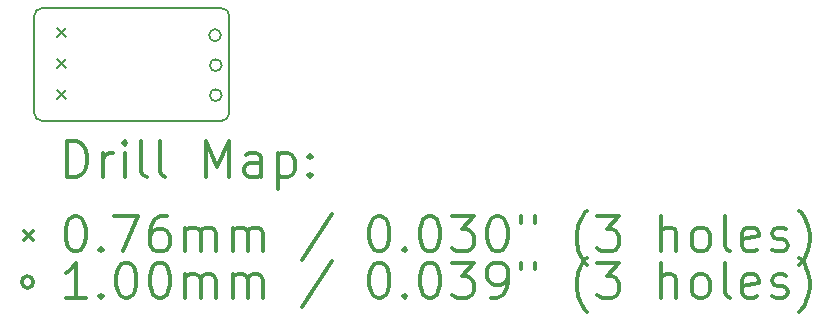
<source format=gbr>
%FSLAX45Y45*%
G04 Gerber Fmt 4.5, Leading zero omitted, Abs format (unit mm)*
G04 Created by KiCad (PCBNEW (5.0.2)-1) date 30.01.2020 16:06:45*
%MOMM*%
%LPD*%
G01*
G04 APERTURE LIST*
%ADD10C,0.150000*%
%ADD11C,0.200000*%
%ADD12C,0.300000*%
G04 APERTURE END LIST*
D10*
X15240000Y-6223000D02*
G75*
G02X15176500Y-6286500I-63500J0D01*
G01*
D11*
X15240000Y-5397500D02*
X15240000Y-6223000D01*
D10*
X15176500Y-5334000D02*
G75*
G02X15240000Y-5397500I0J-63500D01*
G01*
D11*
X13652500Y-6286500D02*
X15176500Y-6286500D01*
D10*
X13589000Y-5397500D02*
G75*
G02X13652500Y-5334000I63500J0D01*
G01*
X13652500Y-6286500D02*
G75*
G02X13589000Y-6223000I0J63500D01*
G01*
X13589000Y-5397500D02*
X13589000Y-6223000D01*
D11*
X13652500Y-5334000D02*
X15176500Y-5334000D01*
D11*
X13779500Y-5505450D02*
X13855700Y-5581650D01*
X13855700Y-5505450D02*
X13779500Y-5581650D01*
X13779500Y-5765800D02*
X13855700Y-5842000D01*
X13855700Y-5765800D02*
X13779500Y-5842000D01*
X13779500Y-6026150D02*
X13855700Y-6102350D01*
X13855700Y-6026150D02*
X13779500Y-6102350D01*
X15169350Y-5562600D02*
G75*
G03X15169350Y-5562600I-50000J0D01*
G01*
X15175700Y-5816600D02*
G75*
G03X15175700Y-5816600I-50000J0D01*
G01*
X15175700Y-6070600D02*
G75*
G03X15175700Y-6070600I-50000J0D01*
G01*
D12*
X13867928Y-6762214D02*
X13867928Y-6462214D01*
X13939357Y-6462214D01*
X13982214Y-6476500D01*
X14010786Y-6505071D01*
X14025071Y-6533643D01*
X14039357Y-6590786D01*
X14039357Y-6633643D01*
X14025071Y-6690786D01*
X14010786Y-6719357D01*
X13982214Y-6747929D01*
X13939357Y-6762214D01*
X13867928Y-6762214D01*
X14167928Y-6762214D02*
X14167928Y-6562214D01*
X14167928Y-6619357D02*
X14182214Y-6590786D01*
X14196500Y-6576500D01*
X14225071Y-6562214D01*
X14253643Y-6562214D01*
X14353643Y-6762214D02*
X14353643Y-6562214D01*
X14353643Y-6462214D02*
X14339357Y-6476500D01*
X14353643Y-6490786D01*
X14367928Y-6476500D01*
X14353643Y-6462214D01*
X14353643Y-6490786D01*
X14539357Y-6762214D02*
X14510786Y-6747929D01*
X14496500Y-6719357D01*
X14496500Y-6462214D01*
X14696500Y-6762214D02*
X14667928Y-6747929D01*
X14653643Y-6719357D01*
X14653643Y-6462214D01*
X15039357Y-6762214D02*
X15039357Y-6462214D01*
X15139357Y-6676500D01*
X15239357Y-6462214D01*
X15239357Y-6762214D01*
X15510786Y-6762214D02*
X15510786Y-6605071D01*
X15496500Y-6576500D01*
X15467928Y-6562214D01*
X15410786Y-6562214D01*
X15382214Y-6576500D01*
X15510786Y-6747929D02*
X15482214Y-6762214D01*
X15410786Y-6762214D01*
X15382214Y-6747929D01*
X15367928Y-6719357D01*
X15367928Y-6690786D01*
X15382214Y-6662214D01*
X15410786Y-6647929D01*
X15482214Y-6647929D01*
X15510786Y-6633643D01*
X15653643Y-6562214D02*
X15653643Y-6862214D01*
X15653643Y-6576500D02*
X15682214Y-6562214D01*
X15739357Y-6562214D01*
X15767928Y-6576500D01*
X15782214Y-6590786D01*
X15796500Y-6619357D01*
X15796500Y-6705071D01*
X15782214Y-6733643D01*
X15767928Y-6747929D01*
X15739357Y-6762214D01*
X15682214Y-6762214D01*
X15653643Y-6747929D01*
X15925071Y-6733643D02*
X15939357Y-6747929D01*
X15925071Y-6762214D01*
X15910786Y-6747929D01*
X15925071Y-6733643D01*
X15925071Y-6762214D01*
X15925071Y-6576500D02*
X15939357Y-6590786D01*
X15925071Y-6605071D01*
X15910786Y-6590786D01*
X15925071Y-6576500D01*
X15925071Y-6605071D01*
X13505300Y-7218400D02*
X13581500Y-7294600D01*
X13581500Y-7218400D02*
X13505300Y-7294600D01*
X13925071Y-7092214D02*
X13953643Y-7092214D01*
X13982214Y-7106500D01*
X13996500Y-7120786D01*
X14010786Y-7149357D01*
X14025071Y-7206500D01*
X14025071Y-7277929D01*
X14010786Y-7335071D01*
X13996500Y-7363643D01*
X13982214Y-7377929D01*
X13953643Y-7392214D01*
X13925071Y-7392214D01*
X13896500Y-7377929D01*
X13882214Y-7363643D01*
X13867928Y-7335071D01*
X13853643Y-7277929D01*
X13853643Y-7206500D01*
X13867928Y-7149357D01*
X13882214Y-7120786D01*
X13896500Y-7106500D01*
X13925071Y-7092214D01*
X14153643Y-7363643D02*
X14167928Y-7377929D01*
X14153643Y-7392214D01*
X14139357Y-7377929D01*
X14153643Y-7363643D01*
X14153643Y-7392214D01*
X14267928Y-7092214D02*
X14467928Y-7092214D01*
X14339357Y-7392214D01*
X14710786Y-7092214D02*
X14653643Y-7092214D01*
X14625071Y-7106500D01*
X14610786Y-7120786D01*
X14582214Y-7163643D01*
X14567928Y-7220786D01*
X14567928Y-7335071D01*
X14582214Y-7363643D01*
X14596500Y-7377929D01*
X14625071Y-7392214D01*
X14682214Y-7392214D01*
X14710786Y-7377929D01*
X14725071Y-7363643D01*
X14739357Y-7335071D01*
X14739357Y-7263643D01*
X14725071Y-7235071D01*
X14710786Y-7220786D01*
X14682214Y-7206500D01*
X14625071Y-7206500D01*
X14596500Y-7220786D01*
X14582214Y-7235071D01*
X14567928Y-7263643D01*
X14867928Y-7392214D02*
X14867928Y-7192214D01*
X14867928Y-7220786D02*
X14882214Y-7206500D01*
X14910786Y-7192214D01*
X14953643Y-7192214D01*
X14982214Y-7206500D01*
X14996500Y-7235071D01*
X14996500Y-7392214D01*
X14996500Y-7235071D02*
X15010786Y-7206500D01*
X15039357Y-7192214D01*
X15082214Y-7192214D01*
X15110786Y-7206500D01*
X15125071Y-7235071D01*
X15125071Y-7392214D01*
X15267928Y-7392214D02*
X15267928Y-7192214D01*
X15267928Y-7220786D02*
X15282214Y-7206500D01*
X15310786Y-7192214D01*
X15353643Y-7192214D01*
X15382214Y-7206500D01*
X15396500Y-7235071D01*
X15396500Y-7392214D01*
X15396500Y-7235071D02*
X15410786Y-7206500D01*
X15439357Y-7192214D01*
X15482214Y-7192214D01*
X15510786Y-7206500D01*
X15525071Y-7235071D01*
X15525071Y-7392214D01*
X16110786Y-7077929D02*
X15853643Y-7463643D01*
X16496500Y-7092214D02*
X16525071Y-7092214D01*
X16553643Y-7106500D01*
X16567928Y-7120786D01*
X16582214Y-7149357D01*
X16596500Y-7206500D01*
X16596500Y-7277929D01*
X16582214Y-7335071D01*
X16567928Y-7363643D01*
X16553643Y-7377929D01*
X16525071Y-7392214D01*
X16496500Y-7392214D01*
X16467928Y-7377929D01*
X16453643Y-7363643D01*
X16439357Y-7335071D01*
X16425071Y-7277929D01*
X16425071Y-7206500D01*
X16439357Y-7149357D01*
X16453643Y-7120786D01*
X16467928Y-7106500D01*
X16496500Y-7092214D01*
X16725071Y-7363643D02*
X16739357Y-7377929D01*
X16725071Y-7392214D01*
X16710786Y-7377929D01*
X16725071Y-7363643D01*
X16725071Y-7392214D01*
X16925071Y-7092214D02*
X16953643Y-7092214D01*
X16982214Y-7106500D01*
X16996500Y-7120786D01*
X17010786Y-7149357D01*
X17025071Y-7206500D01*
X17025071Y-7277929D01*
X17010786Y-7335071D01*
X16996500Y-7363643D01*
X16982214Y-7377929D01*
X16953643Y-7392214D01*
X16925071Y-7392214D01*
X16896500Y-7377929D01*
X16882214Y-7363643D01*
X16867928Y-7335071D01*
X16853643Y-7277929D01*
X16853643Y-7206500D01*
X16867928Y-7149357D01*
X16882214Y-7120786D01*
X16896500Y-7106500D01*
X16925071Y-7092214D01*
X17125071Y-7092214D02*
X17310786Y-7092214D01*
X17210786Y-7206500D01*
X17253643Y-7206500D01*
X17282214Y-7220786D01*
X17296500Y-7235071D01*
X17310786Y-7263643D01*
X17310786Y-7335071D01*
X17296500Y-7363643D01*
X17282214Y-7377929D01*
X17253643Y-7392214D01*
X17167928Y-7392214D01*
X17139357Y-7377929D01*
X17125071Y-7363643D01*
X17496500Y-7092214D02*
X17525071Y-7092214D01*
X17553643Y-7106500D01*
X17567928Y-7120786D01*
X17582214Y-7149357D01*
X17596500Y-7206500D01*
X17596500Y-7277929D01*
X17582214Y-7335071D01*
X17567928Y-7363643D01*
X17553643Y-7377929D01*
X17525071Y-7392214D01*
X17496500Y-7392214D01*
X17467928Y-7377929D01*
X17453643Y-7363643D01*
X17439357Y-7335071D01*
X17425071Y-7277929D01*
X17425071Y-7206500D01*
X17439357Y-7149357D01*
X17453643Y-7120786D01*
X17467928Y-7106500D01*
X17496500Y-7092214D01*
X17710786Y-7092214D02*
X17710786Y-7149357D01*
X17825071Y-7092214D02*
X17825071Y-7149357D01*
X18267928Y-7506500D02*
X18253643Y-7492214D01*
X18225071Y-7449357D01*
X18210786Y-7420786D01*
X18196500Y-7377929D01*
X18182214Y-7306500D01*
X18182214Y-7249357D01*
X18196500Y-7177929D01*
X18210786Y-7135071D01*
X18225071Y-7106500D01*
X18253643Y-7063643D01*
X18267928Y-7049357D01*
X18353643Y-7092214D02*
X18539357Y-7092214D01*
X18439357Y-7206500D01*
X18482214Y-7206500D01*
X18510786Y-7220786D01*
X18525071Y-7235071D01*
X18539357Y-7263643D01*
X18539357Y-7335071D01*
X18525071Y-7363643D01*
X18510786Y-7377929D01*
X18482214Y-7392214D01*
X18396500Y-7392214D01*
X18367928Y-7377929D01*
X18353643Y-7363643D01*
X18896500Y-7392214D02*
X18896500Y-7092214D01*
X19025071Y-7392214D02*
X19025071Y-7235071D01*
X19010786Y-7206500D01*
X18982214Y-7192214D01*
X18939357Y-7192214D01*
X18910786Y-7206500D01*
X18896500Y-7220786D01*
X19210786Y-7392214D02*
X19182214Y-7377929D01*
X19167928Y-7363643D01*
X19153643Y-7335071D01*
X19153643Y-7249357D01*
X19167928Y-7220786D01*
X19182214Y-7206500D01*
X19210786Y-7192214D01*
X19253643Y-7192214D01*
X19282214Y-7206500D01*
X19296500Y-7220786D01*
X19310786Y-7249357D01*
X19310786Y-7335071D01*
X19296500Y-7363643D01*
X19282214Y-7377929D01*
X19253643Y-7392214D01*
X19210786Y-7392214D01*
X19482214Y-7392214D02*
X19453643Y-7377929D01*
X19439357Y-7349357D01*
X19439357Y-7092214D01*
X19710786Y-7377929D02*
X19682214Y-7392214D01*
X19625071Y-7392214D01*
X19596500Y-7377929D01*
X19582214Y-7349357D01*
X19582214Y-7235071D01*
X19596500Y-7206500D01*
X19625071Y-7192214D01*
X19682214Y-7192214D01*
X19710786Y-7206500D01*
X19725071Y-7235071D01*
X19725071Y-7263643D01*
X19582214Y-7292214D01*
X19839357Y-7377929D02*
X19867928Y-7392214D01*
X19925071Y-7392214D01*
X19953643Y-7377929D01*
X19967928Y-7349357D01*
X19967928Y-7335071D01*
X19953643Y-7306500D01*
X19925071Y-7292214D01*
X19882214Y-7292214D01*
X19853643Y-7277929D01*
X19839357Y-7249357D01*
X19839357Y-7235071D01*
X19853643Y-7206500D01*
X19882214Y-7192214D01*
X19925071Y-7192214D01*
X19953643Y-7206500D01*
X20067928Y-7506500D02*
X20082214Y-7492214D01*
X20110786Y-7449357D01*
X20125071Y-7420786D01*
X20139357Y-7377929D01*
X20153643Y-7306500D01*
X20153643Y-7249357D01*
X20139357Y-7177929D01*
X20125071Y-7135071D01*
X20110786Y-7106500D01*
X20082214Y-7063643D01*
X20067928Y-7049357D01*
X13581500Y-7652500D02*
G75*
G03X13581500Y-7652500I-50000J0D01*
G01*
X14025071Y-7788214D02*
X13853643Y-7788214D01*
X13939357Y-7788214D02*
X13939357Y-7488214D01*
X13910786Y-7531071D01*
X13882214Y-7559643D01*
X13853643Y-7573929D01*
X14153643Y-7759643D02*
X14167928Y-7773929D01*
X14153643Y-7788214D01*
X14139357Y-7773929D01*
X14153643Y-7759643D01*
X14153643Y-7788214D01*
X14353643Y-7488214D02*
X14382214Y-7488214D01*
X14410786Y-7502500D01*
X14425071Y-7516786D01*
X14439357Y-7545357D01*
X14453643Y-7602500D01*
X14453643Y-7673929D01*
X14439357Y-7731071D01*
X14425071Y-7759643D01*
X14410786Y-7773929D01*
X14382214Y-7788214D01*
X14353643Y-7788214D01*
X14325071Y-7773929D01*
X14310786Y-7759643D01*
X14296500Y-7731071D01*
X14282214Y-7673929D01*
X14282214Y-7602500D01*
X14296500Y-7545357D01*
X14310786Y-7516786D01*
X14325071Y-7502500D01*
X14353643Y-7488214D01*
X14639357Y-7488214D02*
X14667928Y-7488214D01*
X14696500Y-7502500D01*
X14710786Y-7516786D01*
X14725071Y-7545357D01*
X14739357Y-7602500D01*
X14739357Y-7673929D01*
X14725071Y-7731071D01*
X14710786Y-7759643D01*
X14696500Y-7773929D01*
X14667928Y-7788214D01*
X14639357Y-7788214D01*
X14610786Y-7773929D01*
X14596500Y-7759643D01*
X14582214Y-7731071D01*
X14567928Y-7673929D01*
X14567928Y-7602500D01*
X14582214Y-7545357D01*
X14596500Y-7516786D01*
X14610786Y-7502500D01*
X14639357Y-7488214D01*
X14867928Y-7788214D02*
X14867928Y-7588214D01*
X14867928Y-7616786D02*
X14882214Y-7602500D01*
X14910786Y-7588214D01*
X14953643Y-7588214D01*
X14982214Y-7602500D01*
X14996500Y-7631071D01*
X14996500Y-7788214D01*
X14996500Y-7631071D02*
X15010786Y-7602500D01*
X15039357Y-7588214D01*
X15082214Y-7588214D01*
X15110786Y-7602500D01*
X15125071Y-7631071D01*
X15125071Y-7788214D01*
X15267928Y-7788214D02*
X15267928Y-7588214D01*
X15267928Y-7616786D02*
X15282214Y-7602500D01*
X15310786Y-7588214D01*
X15353643Y-7588214D01*
X15382214Y-7602500D01*
X15396500Y-7631071D01*
X15396500Y-7788214D01*
X15396500Y-7631071D02*
X15410786Y-7602500D01*
X15439357Y-7588214D01*
X15482214Y-7588214D01*
X15510786Y-7602500D01*
X15525071Y-7631071D01*
X15525071Y-7788214D01*
X16110786Y-7473929D02*
X15853643Y-7859643D01*
X16496500Y-7488214D02*
X16525071Y-7488214D01*
X16553643Y-7502500D01*
X16567928Y-7516786D01*
X16582214Y-7545357D01*
X16596500Y-7602500D01*
X16596500Y-7673929D01*
X16582214Y-7731071D01*
X16567928Y-7759643D01*
X16553643Y-7773929D01*
X16525071Y-7788214D01*
X16496500Y-7788214D01*
X16467928Y-7773929D01*
X16453643Y-7759643D01*
X16439357Y-7731071D01*
X16425071Y-7673929D01*
X16425071Y-7602500D01*
X16439357Y-7545357D01*
X16453643Y-7516786D01*
X16467928Y-7502500D01*
X16496500Y-7488214D01*
X16725071Y-7759643D02*
X16739357Y-7773929D01*
X16725071Y-7788214D01*
X16710786Y-7773929D01*
X16725071Y-7759643D01*
X16725071Y-7788214D01*
X16925071Y-7488214D02*
X16953643Y-7488214D01*
X16982214Y-7502500D01*
X16996500Y-7516786D01*
X17010786Y-7545357D01*
X17025071Y-7602500D01*
X17025071Y-7673929D01*
X17010786Y-7731071D01*
X16996500Y-7759643D01*
X16982214Y-7773929D01*
X16953643Y-7788214D01*
X16925071Y-7788214D01*
X16896500Y-7773929D01*
X16882214Y-7759643D01*
X16867928Y-7731071D01*
X16853643Y-7673929D01*
X16853643Y-7602500D01*
X16867928Y-7545357D01*
X16882214Y-7516786D01*
X16896500Y-7502500D01*
X16925071Y-7488214D01*
X17125071Y-7488214D02*
X17310786Y-7488214D01*
X17210786Y-7602500D01*
X17253643Y-7602500D01*
X17282214Y-7616786D01*
X17296500Y-7631071D01*
X17310786Y-7659643D01*
X17310786Y-7731071D01*
X17296500Y-7759643D01*
X17282214Y-7773929D01*
X17253643Y-7788214D01*
X17167928Y-7788214D01*
X17139357Y-7773929D01*
X17125071Y-7759643D01*
X17453643Y-7788214D02*
X17510786Y-7788214D01*
X17539357Y-7773929D01*
X17553643Y-7759643D01*
X17582214Y-7716786D01*
X17596500Y-7659643D01*
X17596500Y-7545357D01*
X17582214Y-7516786D01*
X17567928Y-7502500D01*
X17539357Y-7488214D01*
X17482214Y-7488214D01*
X17453643Y-7502500D01*
X17439357Y-7516786D01*
X17425071Y-7545357D01*
X17425071Y-7616786D01*
X17439357Y-7645357D01*
X17453643Y-7659643D01*
X17482214Y-7673929D01*
X17539357Y-7673929D01*
X17567928Y-7659643D01*
X17582214Y-7645357D01*
X17596500Y-7616786D01*
X17710786Y-7488214D02*
X17710786Y-7545357D01*
X17825071Y-7488214D02*
X17825071Y-7545357D01*
X18267928Y-7902500D02*
X18253643Y-7888214D01*
X18225071Y-7845357D01*
X18210786Y-7816786D01*
X18196500Y-7773929D01*
X18182214Y-7702500D01*
X18182214Y-7645357D01*
X18196500Y-7573929D01*
X18210786Y-7531071D01*
X18225071Y-7502500D01*
X18253643Y-7459643D01*
X18267928Y-7445357D01*
X18353643Y-7488214D02*
X18539357Y-7488214D01*
X18439357Y-7602500D01*
X18482214Y-7602500D01*
X18510786Y-7616786D01*
X18525071Y-7631071D01*
X18539357Y-7659643D01*
X18539357Y-7731071D01*
X18525071Y-7759643D01*
X18510786Y-7773929D01*
X18482214Y-7788214D01*
X18396500Y-7788214D01*
X18367928Y-7773929D01*
X18353643Y-7759643D01*
X18896500Y-7788214D02*
X18896500Y-7488214D01*
X19025071Y-7788214D02*
X19025071Y-7631071D01*
X19010786Y-7602500D01*
X18982214Y-7588214D01*
X18939357Y-7588214D01*
X18910786Y-7602500D01*
X18896500Y-7616786D01*
X19210786Y-7788214D02*
X19182214Y-7773929D01*
X19167928Y-7759643D01*
X19153643Y-7731071D01*
X19153643Y-7645357D01*
X19167928Y-7616786D01*
X19182214Y-7602500D01*
X19210786Y-7588214D01*
X19253643Y-7588214D01*
X19282214Y-7602500D01*
X19296500Y-7616786D01*
X19310786Y-7645357D01*
X19310786Y-7731071D01*
X19296500Y-7759643D01*
X19282214Y-7773929D01*
X19253643Y-7788214D01*
X19210786Y-7788214D01*
X19482214Y-7788214D02*
X19453643Y-7773929D01*
X19439357Y-7745357D01*
X19439357Y-7488214D01*
X19710786Y-7773929D02*
X19682214Y-7788214D01*
X19625071Y-7788214D01*
X19596500Y-7773929D01*
X19582214Y-7745357D01*
X19582214Y-7631071D01*
X19596500Y-7602500D01*
X19625071Y-7588214D01*
X19682214Y-7588214D01*
X19710786Y-7602500D01*
X19725071Y-7631071D01*
X19725071Y-7659643D01*
X19582214Y-7688214D01*
X19839357Y-7773929D02*
X19867928Y-7788214D01*
X19925071Y-7788214D01*
X19953643Y-7773929D01*
X19967928Y-7745357D01*
X19967928Y-7731071D01*
X19953643Y-7702500D01*
X19925071Y-7688214D01*
X19882214Y-7688214D01*
X19853643Y-7673929D01*
X19839357Y-7645357D01*
X19839357Y-7631071D01*
X19853643Y-7602500D01*
X19882214Y-7588214D01*
X19925071Y-7588214D01*
X19953643Y-7602500D01*
X20067928Y-7902500D02*
X20082214Y-7888214D01*
X20110786Y-7845357D01*
X20125071Y-7816786D01*
X20139357Y-7773929D01*
X20153643Y-7702500D01*
X20153643Y-7645357D01*
X20139357Y-7573929D01*
X20125071Y-7531071D01*
X20110786Y-7502500D01*
X20082214Y-7459643D01*
X20067928Y-7445357D01*
M02*

</source>
